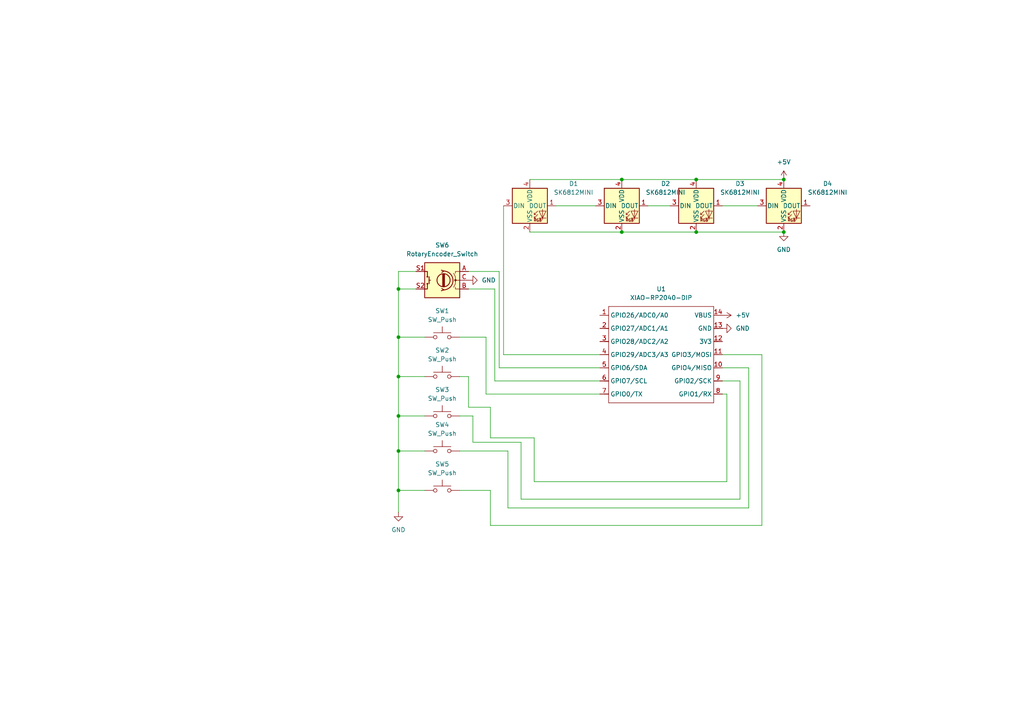
<source format=kicad_sch>
(kicad_sch (version 20250114) (generator "eeschema") (generator_version "9.0")
  (paper "A4")
  (lib_symbols
    (symbol "Device:RotaryEncoder_Switch" (pin_names (offset 0.254) (hide yes))
      (property "Reference" "SW" (at 0 6.604 0))
      (property "Value" "RotaryEncoder_Switch" (at 0 -6.604 0))
      (symbol "RotaryEncoder_Switch_0_1"
        (rectangle (start -5.08 5.08) (end 5.08 -5.08) (stroke (width 0.254)) (fill (type background)))
        (polyline (pts (xy -5.08 2.54) (xy -3.81 2.54) (xy -3.81 2.032)))
        (polyline (pts (xy -5.08 0) (xy -3.81 0) (xy -3.81 -1.016) (xy -3.302 -2.032)))
        (polyline (pts (xy -5.08 -2.54) (xy -3.81 -2.54) (xy -3.81 -2.032)))
        (polyline (pts (xy -4.318 0) (xy -3.81 0) (xy -3.81 1.016) (xy -3.302 2.032)))
        (circle (center -3.81 0) (radius 0.254) (fill (type outline)))
        (polyline (pts (xy -0.635 -1.778) (xy -0.635 1.778)) (stroke (width 0.254)))
        (circle (center -0.381 0) (radius 1.905) (stroke (width 0.254)))
        (polyline (pts (xy -0.381 -1.778) (xy -0.381 1.778)) (stroke (width 0.254)))
        (arc (start -0.381 -2.794) (mid -3.0988 -0.0635) (end -0.381 2.667) (stroke (width 0.254)))
        (polyline (pts (xy -0.127 1.778) (xy -0.127 -1.778)) (stroke (width 0.254)))
        (polyline (pts (xy 0.254 2.921) (xy -0.508 2.667) (xy 0.127 2.286)) (stroke (width 0.254)))
        (polyline (pts (xy 0.254 -3.048) (xy -0.508 -2.794) (xy 0.127 -2.413)) (stroke (width 0.254)))
        (polyline (pts (xy 3.81 1.016) (xy 3.81 -1.016)) (stroke (width 0.254)))
        (polyline (pts (xy 3.81 0) (xy 3.429 0)) (stroke (width 0.254)))
        (circle (center 4.318 1.016) (radius 0.127) (stroke (width 0.254)))
        (circle (center 4.318 -1.016) (radius 0.127) (stroke (width 0.254)))
        (polyline (pts (xy 5.08 2.54) (xy 4.318 2.54) (xy 4.318 1.016)) (stroke (width 0.254)))
        (polyline (pts (xy 5.08 -2.54) (xy 4.318 -2.54) (xy 4.318 -1.016)) (stroke (width 0.254)))
      )
      (symbol "RotaryEncoder_Switch_1_1"
        (pin passive line (at -7.62 2.54 0) (length 2.54) (name "A") (number "A"))
        (pin passive line (at -7.62 0 0) (length 2.54) (name "C") (number "C"))
        (pin passive line (at -7.62 -2.54 0) (length 2.54) (name "B") (number "B"))
        (pin passive line (at 7.62 2.54 180) (length 2.54) (name "S1") (number "S1"))
        (pin passive line (at 7.62 -2.54 180) (length 2.54) (name "S2") (number "S2"))
      )
    )
    (symbol "LED:SK6812MINI" (pin_names (offset 0.254))
      (property "Reference" "D" (at 5.08 5.715 0))
      (property "Value" "SK6812MINI" (at 1.27 -5.715 0))
      (symbol "SK6812MINI_0_0"
        (text "RGB" (at 2.286 -4.191 0) (effects (font (size 0.762 0.762))))
      )
      (symbol "SK6812MINI_0_1"
        (polyline (pts (xy 1.27 -2.54) (xy 1.778 -2.54)))
        (polyline (pts (xy 1.27 -3.556) (xy 1.778 -3.556)))
        (polyline (pts (xy 2.286 -1.524) (xy 1.27 -2.54) (xy 1.27 -2.032)))
        (polyline (pts (xy 2.286 -2.54) (xy 1.27 -3.556) (xy 1.27 -3.048)))
        (polyline (pts (xy 3.683 -1.016) (xy 3.683 -3.556) (xy 3.683 -4.064)))
        (polyline (pts (xy 4.699 -1.524) (xy 2.667 -1.524) (xy 3.683 -3.556) (xy 4.699 -1.524)))
        (polyline (pts (xy 4.699 -3.556) (xy 2.667 -3.556)))
        (rectangle (start 5.08 5.08) (end -5.08 -5.08) (stroke (width 0.254)) (fill (type background)))
      )
      (symbol "SK6812MINI_1_1"
        (pin input line (at -7.62 0 0) (length 2.54) (name "DIN") (number "3"))
        (pin power_in line (at 0 7.62 270) (length 2.54) (name "VDD") (number "4"))
        (pin power_in line (at 0 -7.62 90) (length 2.54) (name "VSS") (number "2"))
        (pin output line (at 7.62 0 180) (length 2.54) (name "DOUT") (number "1"))
      )
    )
    (symbol "Seeed_Studio_XIAO_Series:XIAO-RP2040-DIP"
      (property "Reference" "U" (at 0 0 0))
      (property "Value" "XIAO-RP2040-DIP" (at 5.334 -1.778 0))
      (symbol "XIAO-RP2040-DIP_1_0"
        (polyline (pts (xy -1.27 -2.54) (xy 29.21 -2.54)) (stroke (width 0.1524)))
        (polyline (pts (xy -1.27 -5.08) (xy -2.54 -5.08)) (stroke (width 0.1524)))
        (polyline (pts (xy -1.27 -5.08) (xy -1.27 -2.54)) (stroke (width 0.1524)))
        (polyline (pts (xy -1.27 -8.89) (xy -2.54 -8.89)) (stroke (width 0.1524)))
        (polyline (pts (xy -1.27 -8.89) (xy -1.27 -5.08)) (stroke (width 0.1524)))
        (polyline (pts (xy -1.27 -12.7) (xy -2.54 -12.7)) (stroke (width 0.1524)))
        (polyline (pts (xy -1.27 -12.7) (xy -1.27 -8.89)) (stroke (width 0.1524)))
        (polyline (pts (xy -1.27 -16.51) (xy -2.54 -16.51)) (stroke (width 0.1524)))
        (polyline (pts (xy -1.27 -16.51) (xy -1.27 -12.7)) (stroke (width 0.1524)))
        (polyline (pts (xy -1.27 -20.32) (xy -2.54 -20.32)) (stroke (width 0.1524)))
        (polyline (pts (xy -1.27 -24.13) (xy -2.54 -24.13)) (stroke (width 0.1524)))
        (polyline (pts (xy -1.27 -27.94) (xy -2.54 -27.94)) (stroke (width 0.1524)))
        (polyline (pts (xy -1.27 -30.48) (xy -1.27 -16.51)) (stroke (width 0.1524)))
        (polyline (pts (xy 29.21 -2.54) (xy 29.21 -5.08)) (stroke (width 0.1524)))
        (polyline (pts (xy 29.21 -5.08) (xy 29.21 -8.89)) (stroke (width 0.1524)))
        (polyline (pts (xy 29.21 -8.89) (xy 29.21 -12.7)) (stroke (width 0.1524)))
        (polyline (pts (xy 29.21 -12.7) (xy 29.21 -30.48)) (stroke (width 0.1524)))
        (polyline (pts (xy 29.21 -30.48) (xy -1.27 -30.48)) (stroke (width 0.1524)))
        (polyline (pts (xy 30.48 -5.08) (xy 29.21 -5.08)) (stroke (width 0.1524)))
        (polyline (pts (xy 30.48 -8.89) (xy 29.21 -8.89)) (stroke (width 0.1524)))
        (polyline (pts (xy 30.48 -12.7) (xy 29.21 -12.7)) (stroke (width 0.1524)))
        (polyline (pts (xy 30.48 -16.51) (xy 29.21 -16.51)) (stroke (width 0.1524)))
        (polyline (pts (xy 30.48 -20.32) (xy 29.21 -20.32)) (stroke (width 0.1524)))
        (polyline (pts (xy 30.48 -24.13) (xy 29.21 -24.13)) (stroke (width 0.1524)))
        (polyline (pts (xy 30.48 -27.94) (xy 29.21 -27.94)) (stroke (width 0.1524)))
        (pin passive line (at -3.81 -5.08 0) (length 2.54) (name "GPIO26/ADC0/A0") (number "1"))
        (pin passive line (at -3.81 -8.89 0) (length 2.54) (name "GPIO27/ADC1/A1") (number "2"))
        (pin passive line (at -3.81 -12.7 0) (length 2.54) (name "GPIO28/ADC2/A2") (number "3"))
        (pin passive line (at -3.81 -16.51 0) (length 2.54) (name "GPIO29/ADC3/A3") (number "4"))
        (pin passive line (at -3.81 -20.32 0) (length 2.54) (name "GPIO6/SDA") (number "5"))
        (pin passive line (at -3.81 -24.13 0) (length 2.54) (name "GPIO7/SCL") (number "6"))
        (pin passive line (at -3.81 -27.94 0) (length 2.54) (name "GPIO0/TX") (number "7"))
        (pin passive line (at 31.75 -5.08 180) (length 2.54) (name "VBUS") (number "14"))
        (pin passive line (at 31.75 -8.89 180) (length 2.54) (name "GND") (number "13"))
        (pin passive line (at 31.75 -12.7 180) (length 2.54) (name "3V3") (number "12"))
        (pin passive line (at 31.75 -16.51 180) (length 2.54) (name "GPIO3/MOSI") (number "11"))
        (pin passive line (at 31.75 -20.32 180) (length 2.54) (name "GPIO4/MISO") (number "10"))
        (pin passive line (at 31.75 -24.13 180) (length 2.54) (name "GPIO2/SCK") (number "9"))
        (pin passive line (at 31.75 -27.94 180) (length 2.54) (name "GPIO1/RX") (number "8"))
      )
    )
    (symbol "Switch:SW_Push" (pin_numbers (hide yes)) (pin_names (offset 1.016) (hide yes))
      (property "Reference" "SW" (at 1.27 2.54 0))
      (property "Value" "SW_Push" (at 0 -1.524 0))
      (symbol "SW_Push_0_1"
        (circle (center -2.032 0) (radius 0.508))
        (polyline (pts (xy 0 1.27) (xy 0 3.048)))
        (circle (center 2.032 0) (radius 0.508))
        (polyline (pts (xy 2.54 1.27) (xy -2.54 1.27)))
        (pin passive line (at -5.08 0 0) (length 2.54) (name "1") (number "1"))
        (pin passive line (at 5.08 0 180) (length 2.54) (name "2") (number "2"))
      )
    )
    (symbol "power:+5V" (power) (pin_numbers (hide yes)) (pin_names (offset 0) (hide yes))
      (property "Value" "+5V" (at 0 3.556 0))
      (symbol "+5V_0_1"
        (polyline (pts (xy -0.762 1.27) (xy 0 2.54)))
        (polyline (pts (xy 0 2.54) (xy 0.762 1.27)))
        (polyline (pts (xy 0 0) (xy 0 2.54)))
      )
      (symbol "+5V_1_1"
        (pin power_in line (at 0 0 90) (length 0) (name "~") (number "1"))
      )
    )
    (symbol "power:GND" (power) (pin_numbers (hide yes)) (pin_names (offset 0) (hide yes))
      (property "Value" "GND" (at 0 -3.81 0))
      (symbol "GND_0_1"
        (polyline (pts (xy 0 0) (xy 0 -1.27) (xy 1.27 -1.27) (xy 0 -2.54) (xy -1.27 -1.27) (xy 0 -1.27)))
      )
      (symbol "GND_1_1"
        (pin power_in line (at 0 0 270) (length 0) (name "~") (number "1"))
      )
    )
  )
  (junction (at 115.57 97.79))
  (junction (at 115.57 142.24))
  (junction (at 115.57 130.81))
  (junction (at 115.57 109.22))
  (junction (at 180.34 52.07))
  (junction (at 227.33 52.07))
  (junction (at 201.93 52.07))
  (junction (at 180.34 67.31))
  (junction (at 227.33 67.31))
  (junction (at 201.93 67.31))
  (junction (at 115.57 120.65))
  (junction (at 115.57 83.82))
  (wire (pts (xy 133.35 109.22) (xy 135.89 109.22)))
  (wire (pts (xy 133.35 97.79) (xy 140.97 97.79)))
  (wire (pts (xy 115.57 120.65) (xy 115.57 130.81)))
  (wire (pts (xy 135.89 78.74) (xy 144.78 78.74)))
  (wire (pts (xy 220.98 102.87) (xy 209.55 102.87)))
  (wire (pts (xy 135.89 109.22) (xy 135.89 118.11)))
  (wire (pts (xy 137.16 128.27) (xy 151.13 128.27)))
  (wire (pts (xy 135.89 118.11) (xy 142.24 118.11)))
  (wire (pts (xy 210.82 139.7) (xy 210.82 114.3)))
  (wire (pts (xy 115.57 130.81) (xy 123.19 130.81)))
  (wire (pts (xy 115.57 142.24) (xy 123.19 142.24)))
  (wire (pts (xy 180.34 52.07) (xy 201.93 52.07)))
  (wire (pts (xy 147.32 147.32) (xy 217.17 147.32)))
  (wire (pts (xy 146.05 102.87) (xy 173.99 102.87)))
  (wire (pts (xy 153.67 52.07) (xy 180.34 52.07)))
  (wire (pts (xy 154.94 127) (xy 154.94 139.7)))
  (wire (pts (xy 143.51 83.82) (xy 143.51 110.49)))
  (wire (pts (xy 180.34 67.31) (xy 201.93 67.31)))
  (wire (pts (xy 143.51 110.49) (xy 173.99 110.49)))
  (wire (pts (xy 161.29 59.69) (xy 172.72 59.69)))
  (wire (pts (xy 115.57 109.22) (xy 115.57 120.65)))
  (wire (pts (xy 142.24 152.4) (xy 220.98 152.4)))
  (wire (pts (xy 214.63 144.78) (xy 214.63 110.49)))
  (wire (pts (xy 115.57 120.65) (xy 123.19 120.65)))
  (wire (pts (xy 115.57 142.24) (xy 115.57 148.59)))
  (wire (pts (xy 115.57 83.82) (xy 120.65 83.82)))
  (wire (pts (xy 217.17 147.32) (xy 217.17 106.68)))
  (wire (pts (xy 142.24 127) (xy 154.94 127)))
  (wire (pts (xy 135.89 83.82) (xy 143.51 83.82)))
  (wire (pts (xy 201.93 52.07) (xy 227.33 52.07)))
  (wire (pts (xy 187.96 59.69) (xy 194.31 59.69)))
  (wire (pts (xy 120.65 78.74) (xy 115.57 78.74)))
  (wire (pts (xy 144.78 78.74) (xy 144.78 106.68)))
  (wire (pts (xy 151.13 128.27) (xy 151.13 144.78)))
  (wire (pts (xy 142.24 118.11) (xy 142.24 127)))
  (wire (pts (xy 133.35 130.81) (xy 147.32 130.81)))
  (wire (pts (xy 210.82 114.3) (xy 209.55 114.3)))
  (wire (pts (xy 140.97 97.79) (xy 140.97 114.3)))
  (wire (pts (xy 133.35 142.24) (xy 142.24 142.24)))
  (wire (pts (xy 209.55 110.49) (xy 214.63 110.49)))
  (wire (pts (xy 151.13 144.78) (xy 214.63 144.78)))
  (wire (pts (xy 144.78 106.68) (xy 173.99 106.68)))
  (wire (pts (xy 153.67 67.31) (xy 180.34 67.31)))
  (wire (pts (xy 220.98 152.4) (xy 220.98 102.87)))
  (wire (pts (xy 115.57 83.82) (xy 115.57 97.79)))
  (wire (pts (xy 217.17 106.68) (xy 209.55 106.68)))
  (wire (pts (xy 115.57 109.22) (xy 123.19 109.22)))
  (wire (pts (xy 142.24 142.24) (xy 142.24 152.4)))
  (wire (pts (xy 146.05 59.69) (xy 146.05 102.87)))
  (wire (pts (xy 133.35 120.65) (xy 137.16 120.65)))
  (wire (pts (xy 115.57 130.81) (xy 115.57 142.24)))
  (wire (pts (xy 201.93 67.31) (xy 227.33 67.31)))
  (wire (pts (xy 115.57 97.79) (xy 115.57 109.22)))
  (wire (pts (xy 209.55 59.69) (xy 219.71 59.69)))
  (wire (pts (xy 115.57 78.74) (xy 115.57 83.82)))
  (wire (pts (xy 115.57 97.79) (xy 123.19 97.79)))
  (wire (pts (xy 137.16 120.65) (xy 137.16 128.27)))
  (wire (pts (xy 140.97 114.3) (xy 173.99 114.3)))
  (wire (pts (xy 147.32 130.81) (xy 147.32 147.32)))
  (wire (pts (xy 154.94 139.7) (xy 210.82 139.7)))
  (symbol (lib_id "power:GND") (at 227.33 67.31 0) (unit 1)
    (property "Reference" "#PWR05" (effects (hide yes)))
    (property "Value" "GND" (at 227.33 72.39 0))
    (property "Description" "Power symbol creates a global label with name \"GND\" , ground" (effects (hide yes)))
  )
  (symbol (lib_id "Device:RotaryEncoder_Switch") (at 128.27 81.28 0) (mirror y) (unit 1)
    (property "Reference" "SW6" (at 128.27 71.12 0))
    (property "Value" "RotaryEncoder_Switch" (at 128.27 73.66 0))
    (property "Footprint" "Rotary_Encoder:RotaryEncoder_Alps_EC11E-Switch_Vertical_H20mm_CircularMountingHoles" (effects (hide yes)))
    (property "Description" "Rotary encoder, dual channel, incremental quadrate outputs, with switch" (effects (hide yes)))
  )
  (symbol (lib_id "LED:SK6812MINI") (at 201.93 59.69 0) (unit 1)
    (property "Reference" "D3" (at 214.63 53.2698 0))
    (property "Value" "SK6812MINI" (at 214.63 55.8098 0))
    (property "Footprint" "LED_SMD:LED_SK6812MINI_PLCC4_3.5x3.5mm_P1.75mm" (effects (hide yes)))
    (property "Datasheet" "https://cdn-shop.adafruit.com/product-files/2686/SK6812MINI_REV.01-1-2.pdf" (effects (hide yes)))
    (property "Description" "RGB LED with integrated controller" (effects (hide yes)))
  )
  (symbol (lib_id "Switch:SW_Push") (at 128.27 142.24 0) (unit 1)
    (property "Reference" "SW5" (at 128.27 134.62 0))
    (property "Value" "SW_Push" (at 128.27 137.16 0))
    (property "Footprint" "Button_Switch_Keyboard:SW_Cherry_MX_1.00u_PCB" (effects (hide yes)))
    (property "Description" "Push button switch, generic, two pins" (effects (hide yes)))
  )
  (symbol (lib_id "Seeed_Studio_XIAO_Series:XIAO-RP2040-DIP") (at 177.8 86.36 0) (unit 1)
    (property "Reference" "U1" (at 191.77 83.82 0))
    (property "Value" "XIAO-RP2040-DIP" (at 191.77 86.36 0))
    (property "Footprint" "Seeed Studio XIAO Series Library:XIAO-RP2040-DIP" (effects (hide yes)))
  )
  (symbol (lib_id "power:+5V") (at 209.55 91.44 270) (unit 1)
    (property "Reference" "#PWR02" (effects (hide yes)))
    (property "Value" "+5V" (at 213.36 91.4399 90) (effects (justify left)))
    (property "Description" "Power symbol creates a global label with name \"+5V\"" (effects (hide yes)))
  )
  (symbol (lib_id "LED:SK6812MINI") (at 227.33 59.69 0) (unit 1)
    (property "Reference" "D4" (at 240.03 53.2698 0))
    (property "Value" "SK6812MINI" (at 240.03 55.8098 0))
    (property "Footprint" "LED_SMD:LED_SK6812MINI_PLCC4_3.5x3.5mm_P1.75mm" (effects (hide yes)))
    (property "Datasheet" "https://cdn-shop.adafruit.com/product-files/2686/SK6812MINI_REV.01-1-2.pdf" (effects (hide yes)))
    (property "Description" "RGB LED with integrated controller" (effects (hide yes)))
  )
  (symbol (lib_id "power:+5V") (at 227.33 52.07 0) (unit 1)
    (property "Reference" "#PWR06" (effects (hide yes)))
    (property "Value" "+5V" (at 227.33 46.99 0))
    (property "Description" "Power symbol creates a global label with name \"+5V\"" (effects (hide yes)))
  )
  (symbol (lib_id "power:GND") (at 209.55 95.25 90) (unit 1)
    (property "Reference" "#PWR01" (effects (hide yes)))
    (property "Value" "GND" (at 213.36 95.2499 90) (effects (justify right)))
    (property "Description" "Power symbol creates a global label with name \"GND\" , ground" (effects (hide yes)))
  )
  (symbol (lib_id "power:GND") (at 135.89 81.28 90) (unit 1)
    (property "Reference" "#PWR04" (effects (hide yes)))
    (property "Value" "GND" (at 139.7 81.2799 90) (effects (justify right)))
    (property "Description" "Power symbol creates a global label with name \"GND\" , ground" (effects (hide yes)))
  )
  (symbol (lib_id "Switch:SW_Push") (at 128.27 97.79 0) (unit 1)
    (property "Reference" "SW1" (at 128.27 90.17 0))
    (property "Value" "SW_Push" (at 128.27 92.71 0))
    (property "Footprint" "Button_Switch_Keyboard:SW_Cherry_MX_1.00u_PCB" (effects (hide yes)))
    (property "Description" "Push button switch, generic, two pins" (effects (hide yes)))
  )
  (symbol (lib_id "LED:SK6812MINI") (at 153.67 59.69 0) (unit 1)
    (property "Reference" "D1" (at 166.37 53.2698 0))
    (property "Value" "SK6812MINI" (at 166.37 55.8098 0))
    (property "Footprint" "LED_SMD:LED_SK6812MINI_PLCC4_3.5x3.5mm_P1.75mm" (effects (hide yes)))
    (property "Datasheet" "https://cdn-shop.adafruit.com/product-files/2686/SK6812MINI_REV.01-1-2.pdf" (effects (hide yes)))
    (property "Description" "RGB LED with integrated controller" (effects (hide yes)))
  )
  (symbol (lib_id "Switch:SW_Push") (at 128.27 130.81 0) (unit 1)
    (property "Reference" "SW4" (at 128.27 123.19 0))
    (property "Value" "SW_Push" (at 128.27 125.73 0))
    (property "Footprint" "Button_Switch_Keyboard:SW_Cherry_MX_1.00u_PCB" (effects (hide yes)))
    (property "Description" "Push button switch, generic, two pins" (effects (hide yes)))
  )
  (symbol (lib_id "Switch:SW_Push") (at 128.27 120.65 0) (unit 1)
    (property "Reference" "SW3" (at 128.27 113.03 0))
    (property "Value" "SW_Push" (at 128.27 115.57 0))
    (property "Footprint" "Button_Switch_Keyboard:SW_Cherry_MX_1.00u_PCB" (effects (hide yes)))
    (property "Description" "Push button switch, generic, two pins" (effects (hide yes)))
  )
  (symbol (lib_id "power:GND") (at 115.57 148.59 0) (unit 1)
    (property "Reference" "#PWR03" (effects (hide yes)))
    (property "Value" "GND" (at 115.57 153.67 0))
    (property "Description" "Power symbol creates a global label with name \"GND\" , ground" (effects (hide yes)))
  )
  (symbol (lib_id "LED:SK6812MINI") (at 180.34 59.69 0) (unit 1)
    (property "Reference" "D2" (at 193.04 53.2698 0))
    (property "Value" "SK6812MINI" (at 193.04 55.8098 0))
    (property "Footprint" "LED_SMD:LED_SK6812MINI_PLCC4_3.5x3.5mm_P1.75mm" (effects (hide yes)))
    (property "Datasheet" "https://cdn-shop.adafruit.com/product-files/2686/SK6812MINI_REV.01-1-2.pdf" (effects (hide yes)))
    (property "Description" "RGB LED with integrated controller" (effects (hide yes)))
  )
  (symbol (lib_id "Switch:SW_Push") (at 128.27 109.22 0) (unit 1)
    (property "Reference" "SW2" (at 128.27 101.6 0))
    (property "Value" "SW_Push" (at 128.27 104.14 0))
    (property "Footprint" "Button_Switch_Keyboard:SW_Cherry_MX_1.00u_PCB" (effects (hide yes)))
    (property "Description" "Push button switch, generic, two pins" (effects (hide yes)))
  )
)
</source>
